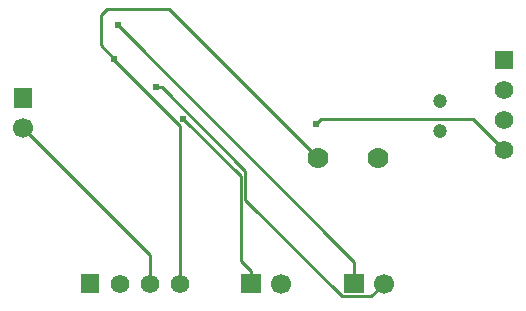
<source format=gbl>
G04 Layer: BottomLayer*
G04 EasyEDA v6.4.22, 2021-09-03T00:44:02+03:00*
G04 f01e111bf81b4bed8990e141baadd79c,e35e2ce9ff7a437f96666ecb9555ba6e,10*
G04 Gerber Generator version 0.2*
G04 Scale: 100 percent, Rotated: No, Reflected: No *
G04 Dimensions in millimeters *
G04 leading zeros omitted , absolute positions ,4 integer and 5 decimal *
%FSLAX45Y45*%
%MOMM*%

%ADD10C,0.2540*%
%ADD11C,0.6100*%
%ADD15R,1.5748X1.5748*%
%ADD16C,1.5748*%
%ADD17C,1.1938*%
%ADD18C,1.7780*%
%ADD20C,1.7000*%
%ADD21R,1.5748X1.7000*%

%LPD*%
D10*
X965202Y2959107D02*
G01*
X2044702Y1879607D01*
X2044702Y1638307D01*
X2895602Y1638307D02*
G01*
X2895602Y1745165D01*
X2895602Y1745165D02*
G01*
X2810944Y1829823D01*
X2810944Y2548669D01*
X2326388Y3033224D01*
X3771902Y1638307D02*
G01*
X3771902Y1823295D01*
X1769315Y3825882D01*
X1740766Y3544323D02*
G01*
X1740766Y3535941D01*
X2298702Y2978005D01*
X2298702Y1638307D01*
X1740766Y3544323D02*
G01*
X1626593Y3658496D01*
X1626593Y3912572D01*
X1681965Y3967944D01*
X2204265Y3967944D01*
X3467102Y2705107D01*
X4025902Y1638307D02*
G01*
X3919019Y1531424D01*
X3666213Y1531424D01*
X2851812Y2345824D01*
X2851812Y2590731D01*
X2142136Y3300407D01*
X2094638Y3300407D01*
X5041902Y2768607D02*
G01*
X4777996Y3032513D01*
X3487955Y3032513D01*
X3449830Y2994388D01*
D15*
G01*
X5041900Y3530600D03*
D16*
G01*
X5041900Y3276600D03*
G01*
X5041900Y3022600D03*
G01*
X5041900Y2768600D03*
D17*
G01*
X4495800Y2933700D03*
G01*
X4495800Y3187700D03*
D18*
G01*
X3467100Y2705100D03*
G01*
X3975100Y2705100D03*
G36*
X2810601Y1717039D02*
G01*
X2980601Y1717039D01*
X2980601Y1559560D01*
X2810601Y1559560D01*
G37*
D20*
G01*
X3149600Y1638300D03*
G36*
X3686901Y1717039D02*
G01*
X3856901Y1717039D01*
X3856901Y1559560D01*
X3686901Y1559560D01*
G37*
G01*
X4025900Y1638300D03*
D21*
G01*
X965200Y3213100D03*
D20*
G01*
X965200Y2959100D03*
G36*
X1457960Y1717039D02*
G01*
X1615439Y1717039D01*
X1615439Y1559560D01*
X1457960Y1559560D01*
G37*
D16*
G01*
X1790700Y1638300D03*
G01*
X2044700Y1638300D03*
G01*
X2298700Y1638300D03*
D11*
G01*
X2326386Y3033217D03*
G01*
X1769313Y3825875D03*
G01*
X1740763Y3544315D03*
G01*
X2094636Y3300399D03*
G01*
X3449827Y2994380D03*
M02*

</source>
